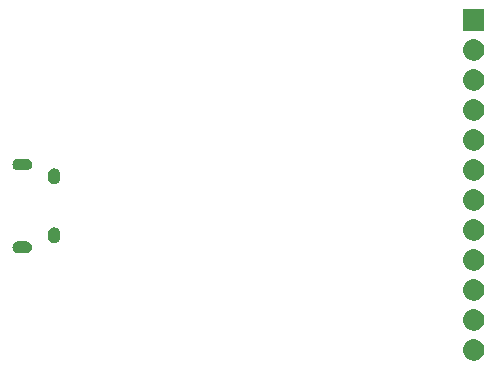
<source format=gbs>
G04 #@! TF.GenerationSoftware,KiCad,Pcbnew,5.0.1*
G04 #@! TF.CreationDate,2019-11-25T21:23:25-06:00*
G04 #@! TF.ProjectId,ft2232_board,6674323233325F626F6172642E6B6963,A*
G04 #@! TF.SameCoordinates,Original*
G04 #@! TF.FileFunction,Soldermask,Bot*
G04 #@! TF.FilePolarity,Negative*
%FSLAX46Y46*%
G04 Gerber Fmt 4.6, Leading zero omitted, Abs format (unit mm)*
G04 Created by KiCad (PCBNEW 5.0.1) date Mon 25 Nov 2019 09:23:25 PM CST*
%MOMM*%
%LPD*%
G01*
G04 APERTURE LIST*
%ADD10C,0.100000*%
G04 APERTURE END LIST*
D10*
G36*
X191372442Y-138805518D02*
X191438627Y-138812037D01*
X191551853Y-138846384D01*
X191608467Y-138863557D01*
X191747087Y-138937652D01*
X191764991Y-138947222D01*
X191800729Y-138976552D01*
X191902186Y-139059814D01*
X191985448Y-139161271D01*
X192014778Y-139197009D01*
X192014779Y-139197011D01*
X192098443Y-139353533D01*
X192098443Y-139353534D01*
X192149963Y-139523373D01*
X192167359Y-139700000D01*
X192149963Y-139876627D01*
X192115616Y-139989853D01*
X192098443Y-140046467D01*
X192024348Y-140185087D01*
X192014778Y-140202991D01*
X191985448Y-140238729D01*
X191902186Y-140340186D01*
X191800729Y-140423448D01*
X191764991Y-140452778D01*
X191764989Y-140452779D01*
X191608467Y-140536443D01*
X191551853Y-140553616D01*
X191438627Y-140587963D01*
X191372442Y-140594482D01*
X191306260Y-140601000D01*
X191217740Y-140601000D01*
X191151558Y-140594482D01*
X191085373Y-140587963D01*
X190972147Y-140553616D01*
X190915533Y-140536443D01*
X190759011Y-140452779D01*
X190759009Y-140452778D01*
X190723271Y-140423448D01*
X190621814Y-140340186D01*
X190538552Y-140238729D01*
X190509222Y-140202991D01*
X190499652Y-140185087D01*
X190425557Y-140046467D01*
X190408384Y-139989853D01*
X190374037Y-139876627D01*
X190356641Y-139700000D01*
X190374037Y-139523373D01*
X190425557Y-139353534D01*
X190425557Y-139353533D01*
X190509221Y-139197011D01*
X190509222Y-139197009D01*
X190538552Y-139161271D01*
X190621814Y-139059814D01*
X190723271Y-138976552D01*
X190759009Y-138947222D01*
X190776913Y-138937652D01*
X190915533Y-138863557D01*
X190972147Y-138846384D01*
X191085373Y-138812037D01*
X191151558Y-138805518D01*
X191217740Y-138799000D01*
X191306260Y-138799000D01*
X191372442Y-138805518D01*
X191372442Y-138805518D01*
G37*
G36*
X191372443Y-136265519D02*
X191438627Y-136272037D01*
X191551853Y-136306384D01*
X191608467Y-136323557D01*
X191747087Y-136397652D01*
X191764991Y-136407222D01*
X191800729Y-136436552D01*
X191902186Y-136519814D01*
X191985448Y-136621271D01*
X192014778Y-136657009D01*
X192014779Y-136657011D01*
X192098443Y-136813533D01*
X192098443Y-136813534D01*
X192149963Y-136983373D01*
X192167359Y-137160000D01*
X192149963Y-137336627D01*
X192115616Y-137449853D01*
X192098443Y-137506467D01*
X192024348Y-137645087D01*
X192014778Y-137662991D01*
X191985448Y-137698729D01*
X191902186Y-137800186D01*
X191800729Y-137883448D01*
X191764991Y-137912778D01*
X191764989Y-137912779D01*
X191608467Y-137996443D01*
X191551853Y-138013616D01*
X191438627Y-138047963D01*
X191372442Y-138054482D01*
X191306260Y-138061000D01*
X191217740Y-138061000D01*
X191151558Y-138054482D01*
X191085373Y-138047963D01*
X190972147Y-138013616D01*
X190915533Y-137996443D01*
X190759011Y-137912779D01*
X190759009Y-137912778D01*
X190723271Y-137883448D01*
X190621814Y-137800186D01*
X190538552Y-137698729D01*
X190509222Y-137662991D01*
X190499652Y-137645087D01*
X190425557Y-137506467D01*
X190408384Y-137449853D01*
X190374037Y-137336627D01*
X190356641Y-137160000D01*
X190374037Y-136983373D01*
X190425557Y-136813534D01*
X190425557Y-136813533D01*
X190509221Y-136657011D01*
X190509222Y-136657009D01*
X190538552Y-136621271D01*
X190621814Y-136519814D01*
X190723271Y-136436552D01*
X190759009Y-136407222D01*
X190776913Y-136397652D01*
X190915533Y-136323557D01*
X190972147Y-136306384D01*
X191085373Y-136272037D01*
X191151557Y-136265519D01*
X191217740Y-136259000D01*
X191306260Y-136259000D01*
X191372443Y-136265519D01*
X191372443Y-136265519D01*
G37*
G36*
X191372443Y-133725519D02*
X191438627Y-133732037D01*
X191551853Y-133766384D01*
X191608467Y-133783557D01*
X191747087Y-133857652D01*
X191764991Y-133867222D01*
X191800729Y-133896552D01*
X191902186Y-133979814D01*
X191985448Y-134081271D01*
X192014778Y-134117009D01*
X192014779Y-134117011D01*
X192098443Y-134273533D01*
X192098443Y-134273534D01*
X192149963Y-134443373D01*
X192167359Y-134620000D01*
X192149963Y-134796627D01*
X192115616Y-134909853D01*
X192098443Y-134966467D01*
X192024348Y-135105087D01*
X192014778Y-135122991D01*
X191985448Y-135158729D01*
X191902186Y-135260186D01*
X191800729Y-135343448D01*
X191764991Y-135372778D01*
X191764989Y-135372779D01*
X191608467Y-135456443D01*
X191551853Y-135473616D01*
X191438627Y-135507963D01*
X191372443Y-135514481D01*
X191306260Y-135521000D01*
X191217740Y-135521000D01*
X191151557Y-135514481D01*
X191085373Y-135507963D01*
X190972147Y-135473616D01*
X190915533Y-135456443D01*
X190759011Y-135372779D01*
X190759009Y-135372778D01*
X190723271Y-135343448D01*
X190621814Y-135260186D01*
X190538552Y-135158729D01*
X190509222Y-135122991D01*
X190499652Y-135105087D01*
X190425557Y-134966467D01*
X190408384Y-134909853D01*
X190374037Y-134796627D01*
X190356641Y-134620000D01*
X190374037Y-134443373D01*
X190425557Y-134273534D01*
X190425557Y-134273533D01*
X190509221Y-134117011D01*
X190509222Y-134117009D01*
X190538552Y-134081271D01*
X190621814Y-133979814D01*
X190723271Y-133896552D01*
X190759009Y-133867222D01*
X190776913Y-133857652D01*
X190915533Y-133783557D01*
X190972147Y-133766384D01*
X191085373Y-133732037D01*
X191151557Y-133725519D01*
X191217740Y-133719000D01*
X191306260Y-133719000D01*
X191372443Y-133725519D01*
X191372443Y-133725519D01*
G37*
G36*
X191363645Y-131184652D02*
X191438627Y-131192037D01*
X191551853Y-131226384D01*
X191608467Y-131243557D01*
X191747087Y-131317652D01*
X191764991Y-131327222D01*
X191790277Y-131347974D01*
X191902186Y-131439814D01*
X191985448Y-131541271D01*
X192014778Y-131577009D01*
X192014779Y-131577011D01*
X192098443Y-131733533D01*
X192098443Y-131733534D01*
X192149963Y-131903373D01*
X192167359Y-132080000D01*
X192149963Y-132256627D01*
X192115616Y-132369853D01*
X192098443Y-132426467D01*
X192024348Y-132565087D01*
X192014778Y-132582991D01*
X191985448Y-132618729D01*
X191902186Y-132720186D01*
X191800729Y-132803448D01*
X191764991Y-132832778D01*
X191764989Y-132832779D01*
X191608467Y-132916443D01*
X191551853Y-132933616D01*
X191438627Y-132967963D01*
X191372443Y-132974481D01*
X191306260Y-132981000D01*
X191217740Y-132981000D01*
X191151557Y-132974481D01*
X191085373Y-132967963D01*
X190972147Y-132933616D01*
X190915533Y-132916443D01*
X190759011Y-132832779D01*
X190759009Y-132832778D01*
X190723271Y-132803448D01*
X190621814Y-132720186D01*
X190538552Y-132618729D01*
X190509222Y-132582991D01*
X190499652Y-132565087D01*
X190425557Y-132426467D01*
X190408384Y-132369853D01*
X190374037Y-132256627D01*
X190356641Y-132080000D01*
X190374037Y-131903373D01*
X190425557Y-131733534D01*
X190425557Y-131733533D01*
X190509221Y-131577011D01*
X190509222Y-131577009D01*
X190538552Y-131541271D01*
X190621814Y-131439814D01*
X190733723Y-131347974D01*
X190759009Y-131327222D01*
X190776913Y-131317652D01*
X190915533Y-131243557D01*
X190972147Y-131226384D01*
X191085373Y-131192037D01*
X191160355Y-131184652D01*
X191217740Y-131179000D01*
X191306260Y-131179000D01*
X191363645Y-131184652D01*
X191363645Y-131184652D01*
G37*
G36*
X153458213Y-130498249D02*
X153552652Y-130526897D01*
X153639687Y-130573418D01*
X153715975Y-130636025D01*
X153778582Y-130712313D01*
X153825103Y-130799348D01*
X153853751Y-130893787D01*
X153863424Y-130992000D01*
X153853751Y-131090213D01*
X153825103Y-131184652D01*
X153778582Y-131271687D01*
X153715975Y-131347975D01*
X153639687Y-131410582D01*
X153552652Y-131457103D01*
X153458213Y-131485751D01*
X153384612Y-131493000D01*
X152685388Y-131493000D01*
X152611787Y-131485751D01*
X152517348Y-131457103D01*
X152430313Y-131410582D01*
X152354025Y-131347975D01*
X152291418Y-131271687D01*
X152244897Y-131184652D01*
X152216249Y-131090213D01*
X152206576Y-130992000D01*
X152216249Y-130893787D01*
X152244897Y-130799348D01*
X152291418Y-130712313D01*
X152354025Y-130636025D01*
X152430313Y-130573418D01*
X152517348Y-130526897D01*
X152611787Y-130498249D01*
X152685388Y-130491000D01*
X153384612Y-130491000D01*
X153458213Y-130498249D01*
X153458213Y-130498249D01*
G37*
G36*
X155838113Y-129323611D02*
X155937264Y-129353688D01*
X156028644Y-129402531D01*
X156108738Y-129468262D01*
X156174469Y-129548356D01*
X156223312Y-129639735D01*
X156253389Y-129738886D01*
X156261000Y-129816161D01*
X156261000Y-130167838D01*
X156253389Y-130245113D01*
X156223312Y-130344264D01*
X156174469Y-130435644D01*
X156108738Y-130515738D01*
X156028644Y-130581469D01*
X155937265Y-130630312D01*
X155838114Y-130660389D01*
X155735000Y-130670545D01*
X155631887Y-130660389D01*
X155532736Y-130630312D01*
X155441357Y-130581469D01*
X155361263Y-130515738D01*
X155295532Y-130435644D01*
X155246689Y-130344265D01*
X155216611Y-130245114D01*
X155209000Y-130167839D01*
X155209000Y-129816162D01*
X155216611Y-129738887D01*
X155246688Y-129639736D01*
X155295531Y-129548356D01*
X155361262Y-129468262D01*
X155441356Y-129402531D01*
X155532735Y-129353688D01*
X155631886Y-129323611D01*
X155735000Y-129313455D01*
X155838113Y-129323611D01*
X155838113Y-129323611D01*
G37*
G36*
X191372443Y-128645519D02*
X191438627Y-128652037D01*
X191551853Y-128686384D01*
X191608467Y-128703557D01*
X191747087Y-128777652D01*
X191764991Y-128787222D01*
X191800729Y-128816552D01*
X191902186Y-128899814D01*
X191985448Y-129001271D01*
X192014778Y-129037009D01*
X192014779Y-129037011D01*
X192098443Y-129193533D01*
X192098443Y-129193534D01*
X192149963Y-129363373D01*
X192167359Y-129540000D01*
X192149963Y-129716627D01*
X192143209Y-129738891D01*
X192098443Y-129886467D01*
X192024348Y-130025087D01*
X192014778Y-130042991D01*
X191985448Y-130078729D01*
X191902186Y-130180186D01*
X191800729Y-130263448D01*
X191764991Y-130292778D01*
X191764989Y-130292779D01*
X191608467Y-130376443D01*
X191551853Y-130393616D01*
X191438627Y-130427963D01*
X191372443Y-130434481D01*
X191306260Y-130441000D01*
X191217740Y-130441000D01*
X191151557Y-130434481D01*
X191085373Y-130427963D01*
X190972147Y-130393616D01*
X190915533Y-130376443D01*
X190759011Y-130292779D01*
X190759009Y-130292778D01*
X190723271Y-130263448D01*
X190621814Y-130180186D01*
X190538552Y-130078729D01*
X190509222Y-130042991D01*
X190499652Y-130025087D01*
X190425557Y-129886467D01*
X190380791Y-129738891D01*
X190374037Y-129716627D01*
X190356641Y-129540000D01*
X190374037Y-129363373D01*
X190425557Y-129193534D01*
X190425557Y-129193533D01*
X190509221Y-129037011D01*
X190509222Y-129037009D01*
X190538552Y-129001271D01*
X190621814Y-128899814D01*
X190723271Y-128816552D01*
X190759009Y-128787222D01*
X190776913Y-128777652D01*
X190915533Y-128703557D01*
X190972147Y-128686384D01*
X191085373Y-128652037D01*
X191151557Y-128645519D01*
X191217740Y-128639000D01*
X191306260Y-128639000D01*
X191372443Y-128645519D01*
X191372443Y-128645519D01*
G37*
G36*
X191372443Y-126105519D02*
X191438627Y-126112037D01*
X191551853Y-126146384D01*
X191608467Y-126163557D01*
X191747087Y-126237652D01*
X191764991Y-126247222D01*
X191800729Y-126276552D01*
X191902186Y-126359814D01*
X191985448Y-126461271D01*
X192014778Y-126497009D01*
X192014779Y-126497011D01*
X192098443Y-126653533D01*
X192098443Y-126653534D01*
X192149963Y-126823373D01*
X192167359Y-127000000D01*
X192149963Y-127176627D01*
X192115616Y-127289853D01*
X192098443Y-127346467D01*
X192024348Y-127485087D01*
X192014778Y-127502991D01*
X191985448Y-127538729D01*
X191902186Y-127640186D01*
X191800729Y-127723448D01*
X191764991Y-127752778D01*
X191764989Y-127752779D01*
X191608467Y-127836443D01*
X191551853Y-127853616D01*
X191438627Y-127887963D01*
X191372442Y-127894482D01*
X191306260Y-127901000D01*
X191217740Y-127901000D01*
X191151558Y-127894482D01*
X191085373Y-127887963D01*
X190972147Y-127853616D01*
X190915533Y-127836443D01*
X190759011Y-127752779D01*
X190759009Y-127752778D01*
X190723271Y-127723448D01*
X190621814Y-127640186D01*
X190538552Y-127538729D01*
X190509222Y-127502991D01*
X190499652Y-127485087D01*
X190425557Y-127346467D01*
X190408384Y-127289853D01*
X190374037Y-127176627D01*
X190356641Y-127000000D01*
X190374037Y-126823373D01*
X190425557Y-126653534D01*
X190425557Y-126653533D01*
X190509221Y-126497011D01*
X190509222Y-126497009D01*
X190538552Y-126461271D01*
X190621814Y-126359814D01*
X190723271Y-126276552D01*
X190759009Y-126247222D01*
X190776913Y-126237652D01*
X190915533Y-126163557D01*
X190972147Y-126146384D01*
X191085373Y-126112037D01*
X191151557Y-126105519D01*
X191217740Y-126099000D01*
X191306260Y-126099000D01*
X191372443Y-126105519D01*
X191372443Y-126105519D01*
G37*
G36*
X155838114Y-124323611D02*
X155937265Y-124353688D01*
X156028644Y-124402531D01*
X156108738Y-124468262D01*
X156174469Y-124548356D01*
X156223312Y-124639736D01*
X156253389Y-124738887D01*
X156261000Y-124816162D01*
X156261000Y-125167839D01*
X156253389Y-125245114D01*
X156223312Y-125344265D01*
X156174469Y-125435644D01*
X156108738Y-125515738D01*
X156028644Y-125581469D01*
X155937264Y-125630312D01*
X155838113Y-125660389D01*
X155735000Y-125670545D01*
X155631886Y-125660389D01*
X155532735Y-125630312D01*
X155441356Y-125581469D01*
X155361262Y-125515738D01*
X155295531Y-125435644D01*
X155246688Y-125344264D01*
X155216611Y-125245113D01*
X155209000Y-125167838D01*
X155209000Y-124816161D01*
X155216611Y-124738886D01*
X155246689Y-124639735D01*
X155295532Y-124548356D01*
X155361263Y-124468262D01*
X155441357Y-124402531D01*
X155532736Y-124353688D01*
X155631887Y-124323611D01*
X155735000Y-124313455D01*
X155838114Y-124323611D01*
X155838114Y-124323611D01*
G37*
G36*
X191372442Y-123565518D02*
X191438627Y-123572037D01*
X191551853Y-123606384D01*
X191608467Y-123623557D01*
X191747087Y-123697652D01*
X191764991Y-123707222D01*
X191771194Y-123712313D01*
X191902186Y-123819814D01*
X191985448Y-123921271D01*
X192014778Y-123957009D01*
X192014779Y-123957011D01*
X192098443Y-124113533D01*
X192098443Y-124113534D01*
X192149963Y-124283373D01*
X192167359Y-124460000D01*
X192149963Y-124636627D01*
X192118943Y-124738886D01*
X192098443Y-124806467D01*
X192024348Y-124945087D01*
X192014778Y-124962991D01*
X191985448Y-124998729D01*
X191902186Y-125100186D01*
X191819749Y-125167839D01*
X191764991Y-125212778D01*
X191764989Y-125212779D01*
X191608467Y-125296443D01*
X191551853Y-125313616D01*
X191438627Y-125347963D01*
X191372442Y-125354482D01*
X191306260Y-125361000D01*
X191217740Y-125361000D01*
X191151558Y-125354482D01*
X191085373Y-125347963D01*
X190972147Y-125313616D01*
X190915533Y-125296443D01*
X190759011Y-125212779D01*
X190759009Y-125212778D01*
X190704251Y-125167839D01*
X190621814Y-125100186D01*
X190538552Y-124998729D01*
X190509222Y-124962991D01*
X190499652Y-124945087D01*
X190425557Y-124806467D01*
X190405057Y-124738886D01*
X190374037Y-124636627D01*
X190356641Y-124460000D01*
X190374037Y-124283373D01*
X190425557Y-124113534D01*
X190425557Y-124113533D01*
X190509221Y-123957011D01*
X190509222Y-123957009D01*
X190538552Y-123921271D01*
X190621814Y-123819814D01*
X190752806Y-123712313D01*
X190759009Y-123707222D01*
X190776913Y-123697652D01*
X190915533Y-123623557D01*
X190972147Y-123606384D01*
X191085373Y-123572037D01*
X191151558Y-123565518D01*
X191217740Y-123559000D01*
X191306260Y-123559000D01*
X191372442Y-123565518D01*
X191372442Y-123565518D01*
G37*
G36*
X153458213Y-123498249D02*
X153552652Y-123526897D01*
X153639687Y-123573418D01*
X153715975Y-123636025D01*
X153778582Y-123712313D01*
X153825103Y-123799348D01*
X153853751Y-123893787D01*
X153863424Y-123992000D01*
X153853751Y-124090213D01*
X153825103Y-124184652D01*
X153778582Y-124271687D01*
X153715975Y-124347975D01*
X153639687Y-124410582D01*
X153552652Y-124457103D01*
X153458213Y-124485751D01*
X153384612Y-124493000D01*
X152685388Y-124493000D01*
X152611787Y-124485751D01*
X152517348Y-124457103D01*
X152430313Y-124410582D01*
X152354025Y-124347975D01*
X152291418Y-124271687D01*
X152244897Y-124184652D01*
X152216249Y-124090213D01*
X152206576Y-123992000D01*
X152216249Y-123893787D01*
X152244897Y-123799348D01*
X152291418Y-123712313D01*
X152354025Y-123636025D01*
X152430313Y-123573418D01*
X152517348Y-123526897D01*
X152611787Y-123498249D01*
X152685388Y-123491000D01*
X153384612Y-123491000D01*
X153458213Y-123498249D01*
X153458213Y-123498249D01*
G37*
G36*
X191372443Y-121025519D02*
X191438627Y-121032037D01*
X191551853Y-121066384D01*
X191608467Y-121083557D01*
X191747087Y-121157652D01*
X191764991Y-121167222D01*
X191800729Y-121196552D01*
X191902186Y-121279814D01*
X191985448Y-121381271D01*
X192014778Y-121417009D01*
X192014779Y-121417011D01*
X192098443Y-121573533D01*
X192098443Y-121573534D01*
X192149963Y-121743373D01*
X192167359Y-121920000D01*
X192149963Y-122096627D01*
X192115616Y-122209853D01*
X192098443Y-122266467D01*
X192024348Y-122405087D01*
X192014778Y-122422991D01*
X191985448Y-122458729D01*
X191902186Y-122560186D01*
X191800729Y-122643448D01*
X191764991Y-122672778D01*
X191764989Y-122672779D01*
X191608467Y-122756443D01*
X191551853Y-122773616D01*
X191438627Y-122807963D01*
X191372443Y-122814481D01*
X191306260Y-122821000D01*
X191217740Y-122821000D01*
X191151558Y-122814482D01*
X191085373Y-122807963D01*
X190972147Y-122773616D01*
X190915533Y-122756443D01*
X190759011Y-122672779D01*
X190759009Y-122672778D01*
X190723271Y-122643448D01*
X190621814Y-122560186D01*
X190538552Y-122458729D01*
X190509222Y-122422991D01*
X190499652Y-122405087D01*
X190425557Y-122266467D01*
X190408384Y-122209853D01*
X190374037Y-122096627D01*
X190356641Y-121920000D01*
X190374037Y-121743373D01*
X190425557Y-121573534D01*
X190425557Y-121573533D01*
X190509221Y-121417011D01*
X190509222Y-121417009D01*
X190538552Y-121381271D01*
X190621814Y-121279814D01*
X190723271Y-121196552D01*
X190759009Y-121167222D01*
X190776913Y-121157652D01*
X190915533Y-121083557D01*
X190972147Y-121066384D01*
X191085373Y-121032037D01*
X191151558Y-121025518D01*
X191217740Y-121019000D01*
X191306260Y-121019000D01*
X191372443Y-121025519D01*
X191372443Y-121025519D01*
G37*
G36*
X191372442Y-118485518D02*
X191438627Y-118492037D01*
X191551853Y-118526384D01*
X191608467Y-118543557D01*
X191747087Y-118617652D01*
X191764991Y-118627222D01*
X191800729Y-118656552D01*
X191902186Y-118739814D01*
X191985448Y-118841271D01*
X192014778Y-118877009D01*
X192014779Y-118877011D01*
X192098443Y-119033533D01*
X192098443Y-119033534D01*
X192149963Y-119203373D01*
X192167359Y-119380000D01*
X192149963Y-119556627D01*
X192115616Y-119669853D01*
X192098443Y-119726467D01*
X192024348Y-119865087D01*
X192014778Y-119882991D01*
X191985448Y-119918729D01*
X191902186Y-120020186D01*
X191800729Y-120103448D01*
X191764991Y-120132778D01*
X191764989Y-120132779D01*
X191608467Y-120216443D01*
X191551853Y-120233616D01*
X191438627Y-120267963D01*
X191372442Y-120274482D01*
X191306260Y-120281000D01*
X191217740Y-120281000D01*
X191151558Y-120274482D01*
X191085373Y-120267963D01*
X190972147Y-120233616D01*
X190915533Y-120216443D01*
X190759011Y-120132779D01*
X190759009Y-120132778D01*
X190723271Y-120103448D01*
X190621814Y-120020186D01*
X190538552Y-119918729D01*
X190509222Y-119882991D01*
X190499652Y-119865087D01*
X190425557Y-119726467D01*
X190408384Y-119669853D01*
X190374037Y-119556627D01*
X190356641Y-119380000D01*
X190374037Y-119203373D01*
X190425557Y-119033534D01*
X190425557Y-119033533D01*
X190509221Y-118877011D01*
X190509222Y-118877009D01*
X190538552Y-118841271D01*
X190621814Y-118739814D01*
X190723271Y-118656552D01*
X190759009Y-118627222D01*
X190776913Y-118617652D01*
X190915533Y-118543557D01*
X190972147Y-118526384D01*
X191085373Y-118492037D01*
X191151558Y-118485518D01*
X191217740Y-118479000D01*
X191306260Y-118479000D01*
X191372442Y-118485518D01*
X191372442Y-118485518D01*
G37*
G36*
X191372442Y-115945518D02*
X191438627Y-115952037D01*
X191551853Y-115986384D01*
X191608467Y-116003557D01*
X191747087Y-116077652D01*
X191764991Y-116087222D01*
X191800729Y-116116552D01*
X191902186Y-116199814D01*
X191985448Y-116301271D01*
X192014778Y-116337009D01*
X192014779Y-116337011D01*
X192098443Y-116493533D01*
X192098443Y-116493534D01*
X192149963Y-116663373D01*
X192167359Y-116840000D01*
X192149963Y-117016627D01*
X192115616Y-117129853D01*
X192098443Y-117186467D01*
X192024348Y-117325087D01*
X192014778Y-117342991D01*
X191985448Y-117378729D01*
X191902186Y-117480186D01*
X191800729Y-117563448D01*
X191764991Y-117592778D01*
X191764989Y-117592779D01*
X191608467Y-117676443D01*
X191551853Y-117693616D01*
X191438627Y-117727963D01*
X191372442Y-117734482D01*
X191306260Y-117741000D01*
X191217740Y-117741000D01*
X191151558Y-117734482D01*
X191085373Y-117727963D01*
X190972147Y-117693616D01*
X190915533Y-117676443D01*
X190759011Y-117592779D01*
X190759009Y-117592778D01*
X190723271Y-117563448D01*
X190621814Y-117480186D01*
X190538552Y-117378729D01*
X190509222Y-117342991D01*
X190499652Y-117325087D01*
X190425557Y-117186467D01*
X190408384Y-117129853D01*
X190374037Y-117016627D01*
X190356641Y-116840000D01*
X190374037Y-116663373D01*
X190425557Y-116493534D01*
X190425557Y-116493533D01*
X190509221Y-116337011D01*
X190509222Y-116337009D01*
X190538552Y-116301271D01*
X190621814Y-116199814D01*
X190723271Y-116116552D01*
X190759009Y-116087222D01*
X190776913Y-116077652D01*
X190915533Y-116003557D01*
X190972147Y-115986384D01*
X191085373Y-115952037D01*
X191151558Y-115945518D01*
X191217740Y-115939000D01*
X191306260Y-115939000D01*
X191372442Y-115945518D01*
X191372442Y-115945518D01*
G37*
G36*
X191372442Y-113405518D02*
X191438627Y-113412037D01*
X191551853Y-113446384D01*
X191608467Y-113463557D01*
X191747087Y-113537652D01*
X191764991Y-113547222D01*
X191800729Y-113576552D01*
X191902186Y-113659814D01*
X191985448Y-113761271D01*
X192014778Y-113797009D01*
X192014779Y-113797011D01*
X192098443Y-113953533D01*
X192098443Y-113953534D01*
X192149963Y-114123373D01*
X192167359Y-114300000D01*
X192149963Y-114476627D01*
X192115616Y-114589853D01*
X192098443Y-114646467D01*
X192024348Y-114785087D01*
X192014778Y-114802991D01*
X191985448Y-114838729D01*
X191902186Y-114940186D01*
X191800729Y-115023448D01*
X191764991Y-115052778D01*
X191764989Y-115052779D01*
X191608467Y-115136443D01*
X191551853Y-115153616D01*
X191438627Y-115187963D01*
X191372442Y-115194482D01*
X191306260Y-115201000D01*
X191217740Y-115201000D01*
X191151557Y-115194481D01*
X191085373Y-115187963D01*
X190972147Y-115153616D01*
X190915533Y-115136443D01*
X190759011Y-115052779D01*
X190759009Y-115052778D01*
X190723271Y-115023448D01*
X190621814Y-114940186D01*
X190538552Y-114838729D01*
X190509222Y-114802991D01*
X190499652Y-114785087D01*
X190425557Y-114646467D01*
X190408384Y-114589853D01*
X190374037Y-114476627D01*
X190356641Y-114300000D01*
X190374037Y-114123373D01*
X190425557Y-113953534D01*
X190425557Y-113953533D01*
X190509221Y-113797011D01*
X190509222Y-113797009D01*
X190538552Y-113761271D01*
X190621814Y-113659814D01*
X190723271Y-113576552D01*
X190759009Y-113547222D01*
X190776913Y-113537652D01*
X190915533Y-113463557D01*
X190972147Y-113446384D01*
X191085373Y-113412037D01*
X191151557Y-113405519D01*
X191217740Y-113399000D01*
X191306260Y-113399000D01*
X191372442Y-113405518D01*
X191372442Y-113405518D01*
G37*
G36*
X192163000Y-112661000D02*
X190361000Y-112661000D01*
X190361000Y-110859000D01*
X192163000Y-110859000D01*
X192163000Y-112661000D01*
X192163000Y-112661000D01*
G37*
M02*

</source>
